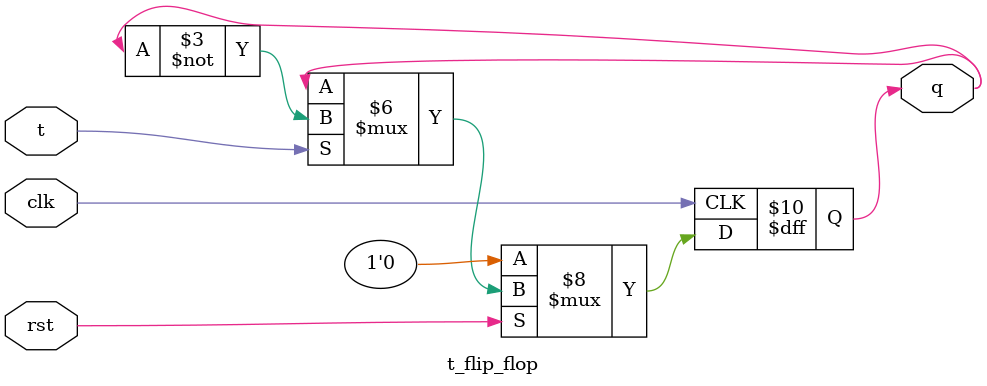
<source format=sv>


module t_flip_flop(input t,clk,rst,
            output reg q);

always@(posedge clk)
  begin	
   if(rst)
	begin
 	  if(!t) 
       q <= q;
       else
       q <= (~q);
    end
   else
    q <= 0;
  end 

endmodule



</source>
